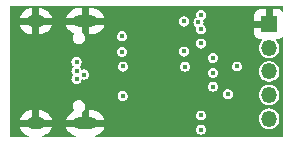
<source format=gbr>
%TF.GenerationSoftware,KiCad,Pcbnew,(6.0.2)*%
%TF.CreationDate,2022-03-06T10:13:05+08:00*%
%TF.ProjectId,USB-TTL-V1,5553422d-5454-44c2-9d56-312e6b696361,rev?*%
%TF.SameCoordinates,Original*%
%TF.FileFunction,Copper,L3,Inr*%
%TF.FilePolarity,Positive*%
%FSLAX46Y46*%
G04 Gerber Fmt 4.6, Leading zero omitted, Abs format (unit mm)*
G04 Created by KiCad (PCBNEW (6.0.2)) date 2022-03-06 10:13:05*
%MOMM*%
%LPD*%
G01*
G04 APERTURE LIST*
%TA.AperFunction,ComponentPad*%
%ADD10O,1.600000X1.000000*%
%TD*%
%TA.AperFunction,ComponentPad*%
%ADD11O,2.100000X1.000000*%
%TD*%
%TA.AperFunction,ComponentPad*%
%ADD12R,1.350000X1.350000*%
%TD*%
%TA.AperFunction,ComponentPad*%
%ADD13O,1.350000X1.350000*%
%TD*%
%TA.AperFunction,ViaPad*%
%ADD14C,0.450000*%
%TD*%
G04 APERTURE END LIST*
D10*
%TO.N,GND*%
%TO.C,J2*%
X105460000Y-91610000D03*
D11*
X109640000Y-91610000D03*
D10*
X105460000Y-82970000D03*
D11*
X109640000Y-82970000D03*
%TD*%
D12*
%TO.N,GND*%
%TO.C,J1*%
X125200000Y-83225000D03*
D13*
%TO.N,/GPIO0*%
X125200000Y-85225000D03*
%TO.N,/RXD*%
X125200000Y-87225000D03*
%TO.N,/TXD*%
X125200000Y-89225000D03*
%TO.N,/EN*%
X125200000Y-91225000D03*
%TD*%
D14*
%TO.N,/RXD*%
X120435000Y-86071718D03*
%TO.N,+5V*%
X120460000Y-88507030D03*
X118000000Y-82990000D03*
X108900000Y-87150000D03*
X119220000Y-83070000D03*
X108900000Y-86400000D03*
X108900000Y-87850000D03*
X120471198Y-87334500D03*
X119450000Y-83646406D03*
X119450000Y-82448750D03*
%TO.N,Net-(C3-Pad1)*%
X119450000Y-92150000D03*
X112850000Y-86800000D03*
%TO.N,Net-(J2-PadA7)*%
X109529832Y-87490168D03*
X112800000Y-89300000D03*
%TO.N,Net-(R1-Pad2)*%
X119440000Y-84854062D03*
X112750000Y-84250000D03*
%TO.N,Net-(R2-Pad1)*%
X112750000Y-85550000D03*
X119440000Y-90942342D03*
%TO.N,Net-(Q1-Pad2)*%
X121700000Y-89140000D03*
X118010000Y-85530000D03*
%TO.N,Net-(Q2-Pad2)*%
X122480000Y-86800000D03*
X118060000Y-86810000D03*
%TD*%
%TA.AperFunction,Conductor*%
%TO.N,GND*%
G36*
X126405648Y-81714352D02*
G01*
X126420000Y-81749000D01*
X126420000Y-82130301D01*
X126405648Y-82164949D01*
X126371000Y-82179301D01*
X126336352Y-82164949D01*
X126332126Y-82160131D01*
X126304877Y-82124620D01*
X126300376Y-82120119D01*
X126180137Y-82027857D01*
X126174620Y-82024672D01*
X126034600Y-81966674D01*
X126028447Y-81965025D01*
X125915908Y-81950209D01*
X125912723Y-81950000D01*
X125509747Y-81950000D01*
X125502855Y-81952855D01*
X125500000Y-81959747D01*
X125500000Y-83476000D01*
X125485648Y-83510648D01*
X125451000Y-83525000D01*
X123934748Y-83525000D01*
X123927856Y-83527855D01*
X123925001Y-83534747D01*
X123925001Y-83937721D01*
X123925210Y-83940909D01*
X123940025Y-84053448D01*
X123941673Y-84059599D01*
X123999672Y-84199621D01*
X124002857Y-84205138D01*
X124095119Y-84325376D01*
X124099624Y-84329881D01*
X124219863Y-84422143D01*
X124225380Y-84425328D01*
X124365400Y-84483326D01*
X124371553Y-84484975D01*
X124484092Y-84499791D01*
X124487277Y-84500000D01*
X124564637Y-84500000D01*
X124599285Y-84514352D01*
X124613637Y-84549000D01*
X124601051Y-84581787D01*
X124489941Y-84705188D01*
X124487805Y-84707560D01*
X124395786Y-84866941D01*
X124338915Y-85041971D01*
X124319678Y-85225000D01*
X124338915Y-85408029D01*
X124395786Y-85583059D01*
X124487805Y-85742440D01*
X124610950Y-85879207D01*
X124613030Y-85880718D01*
X124613032Y-85880720D01*
X124757759Y-85985870D01*
X124759839Y-85987381D01*
X124762186Y-85988426D01*
X124770283Y-85992031D01*
X124927966Y-86062236D01*
X124972575Y-86071718D01*
X125105472Y-86099967D01*
X125105475Y-86099967D01*
X125107981Y-86100500D01*
X125292019Y-86100500D01*
X125294525Y-86099967D01*
X125294528Y-86099967D01*
X125427425Y-86071718D01*
X125472034Y-86062236D01*
X125629717Y-85992031D01*
X125637814Y-85988426D01*
X125640161Y-85987381D01*
X125642241Y-85985870D01*
X125786968Y-85880720D01*
X125786970Y-85880718D01*
X125789050Y-85879207D01*
X125912195Y-85742440D01*
X126004214Y-85583059D01*
X126061085Y-85408029D01*
X126080322Y-85225000D01*
X126061085Y-85041971D01*
X126004214Y-84866941D01*
X125912195Y-84707560D01*
X125910060Y-84705188D01*
X125798948Y-84581786D01*
X125786429Y-84546434D01*
X125802575Y-84512585D01*
X125835362Y-84499999D01*
X125912721Y-84499999D01*
X125915909Y-84499790D01*
X126028448Y-84484975D01*
X126034599Y-84483327D01*
X126174621Y-84425328D01*
X126180138Y-84422143D01*
X126300376Y-84329881D01*
X126304876Y-84325381D01*
X126332125Y-84289869D01*
X126364604Y-84271117D01*
X126400829Y-84280823D01*
X126419581Y-84313302D01*
X126420000Y-84319698D01*
X126420000Y-92721000D01*
X126405648Y-92755648D01*
X126371000Y-92770000D01*
X110484622Y-92770000D01*
X110449974Y-92755648D01*
X110435622Y-92721000D01*
X110449974Y-92686352D01*
X110470828Y-92673982D01*
X110598120Y-92636639D01*
X110602439Y-92634912D01*
X110784895Y-92540941D01*
X110788805Y-92538430D01*
X110950193Y-92411658D01*
X110953561Y-92408451D01*
X111088079Y-92253433D01*
X111090765Y-92249667D01*
X111148424Y-92150000D01*
X119019196Y-92150000D01*
X119019799Y-92153807D01*
X119034982Y-92249667D01*
X119040281Y-92283126D01*
X119101472Y-92403220D01*
X119196780Y-92498528D01*
X119200213Y-92500277D01*
X119200214Y-92500278D01*
X119256827Y-92529124D01*
X119316874Y-92559719D01*
X119320679Y-92560322D01*
X119320680Y-92560322D01*
X119446193Y-92580201D01*
X119450000Y-92580804D01*
X119453807Y-92580201D01*
X119579320Y-92560322D01*
X119579321Y-92560322D01*
X119583126Y-92559719D01*
X119643173Y-92529124D01*
X119699786Y-92500278D01*
X119699787Y-92500277D01*
X119703220Y-92498528D01*
X119798528Y-92403220D01*
X119859719Y-92283126D01*
X119865019Y-92249667D01*
X119880201Y-92153807D01*
X119880804Y-92150000D01*
X119872880Y-92099967D01*
X119860322Y-92020680D01*
X119860322Y-92020679D01*
X119859719Y-92016874D01*
X119798528Y-91896780D01*
X119703220Y-91801472D01*
X119699787Y-91799723D01*
X119699786Y-91799722D01*
X119643173Y-91770876D01*
X119583126Y-91740281D01*
X119579321Y-91739678D01*
X119579320Y-91739678D01*
X119453807Y-91719799D01*
X119450000Y-91719196D01*
X119446193Y-91719799D01*
X119320680Y-91739678D01*
X119320679Y-91739678D01*
X119316874Y-91740281D01*
X119256827Y-91770877D01*
X119200214Y-91799722D01*
X119200213Y-91799723D01*
X119196780Y-91801472D01*
X119101472Y-91896780D01*
X119040281Y-92016874D01*
X119039678Y-92020679D01*
X119039678Y-92020680D01*
X119027120Y-92099967D01*
X119019196Y-92150000D01*
X111148424Y-92150000D01*
X111193543Y-92072009D01*
X111195474Y-92067792D01*
X111247071Y-91919206D01*
X111246635Y-91911761D01*
X111244655Y-91910000D01*
X108040544Y-91910000D01*
X108033652Y-91912855D01*
X108032282Y-91916162D01*
X108044651Y-91967485D01*
X108046164Y-91971878D01*
X108131111Y-92158708D01*
X108133426Y-92162734D01*
X108252165Y-92330126D01*
X108255205Y-92333648D01*
X108403457Y-92475568D01*
X108407103Y-92478447D01*
X108579518Y-92589775D01*
X108583638Y-92591911D01*
X108773997Y-92668628D01*
X108778451Y-92669947D01*
X108793614Y-92672908D01*
X108824870Y-92693635D01*
X108832315Y-92730391D01*
X108811588Y-92761647D01*
X108784223Y-92770000D01*
X106054622Y-92770000D01*
X106019974Y-92755648D01*
X106005622Y-92721000D01*
X106019974Y-92686352D01*
X106040828Y-92673982D01*
X106168120Y-92636639D01*
X106172439Y-92634912D01*
X106354895Y-92540941D01*
X106358805Y-92538430D01*
X106520193Y-92411658D01*
X106523561Y-92408451D01*
X106658079Y-92253433D01*
X106660765Y-92249667D01*
X106763543Y-92072009D01*
X106765474Y-92067792D01*
X106817071Y-91919206D01*
X106816635Y-91911761D01*
X106814655Y-91910000D01*
X104110544Y-91910000D01*
X104103652Y-91912855D01*
X104102282Y-91916162D01*
X104114651Y-91967485D01*
X104116164Y-91971878D01*
X104201111Y-92158708D01*
X104203426Y-92162734D01*
X104322165Y-92330126D01*
X104325205Y-92333648D01*
X104473457Y-92475568D01*
X104477103Y-92478447D01*
X104649518Y-92589775D01*
X104653638Y-92591911D01*
X104843997Y-92668628D01*
X104848451Y-92669947D01*
X104863614Y-92672908D01*
X104894870Y-92693635D01*
X104902315Y-92730391D01*
X104881588Y-92761647D01*
X104854223Y-92770000D01*
X103285000Y-92770000D01*
X103250352Y-92755648D01*
X103236000Y-92721000D01*
X103236000Y-91300794D01*
X104102929Y-91300794D01*
X104103365Y-91308239D01*
X104105345Y-91310000D01*
X105150253Y-91310000D01*
X105157145Y-91307145D01*
X105160000Y-91300253D01*
X105760000Y-91300253D01*
X105762855Y-91307145D01*
X105769747Y-91310000D01*
X106809456Y-91310000D01*
X106816348Y-91307145D01*
X106817718Y-91303838D01*
X106816984Y-91300794D01*
X108032929Y-91300794D01*
X108033365Y-91308239D01*
X108035345Y-91310000D01*
X109330253Y-91310000D01*
X109337145Y-91307145D01*
X109340000Y-91300253D01*
X109940000Y-91300253D01*
X109942855Y-91307145D01*
X109949747Y-91310000D01*
X111239456Y-91310000D01*
X111246348Y-91307145D01*
X111247718Y-91303838D01*
X111235349Y-91252515D01*
X111233836Y-91248122D01*
X111148889Y-91061292D01*
X111146574Y-91057266D01*
X111065053Y-90942342D01*
X119009196Y-90942342D01*
X119009799Y-90946149D01*
X119024976Y-91041971D01*
X119030281Y-91075468D01*
X119091472Y-91195562D01*
X119186780Y-91290870D01*
X119190213Y-91292619D01*
X119190214Y-91292620D01*
X119246827Y-91321465D01*
X119306874Y-91352061D01*
X119310679Y-91352664D01*
X119310680Y-91352664D01*
X119436193Y-91372543D01*
X119440000Y-91373146D01*
X119443807Y-91372543D01*
X119569320Y-91352664D01*
X119569321Y-91352664D01*
X119573126Y-91352061D01*
X119633173Y-91321465D01*
X119689786Y-91292620D01*
X119689787Y-91292619D01*
X119693220Y-91290870D01*
X119759090Y-91225000D01*
X124319678Y-91225000D01*
X124338915Y-91408029D01*
X124395786Y-91583059D01*
X124487805Y-91742440D01*
X124610950Y-91879207D01*
X124613030Y-91880718D01*
X124613032Y-91880720D01*
X124661814Y-91916162D01*
X124759839Y-91987381D01*
X124927966Y-92062236D01*
X124973944Y-92072009D01*
X125105472Y-92099967D01*
X125105475Y-92099967D01*
X125107981Y-92100500D01*
X125292019Y-92100500D01*
X125294525Y-92099967D01*
X125294528Y-92099967D01*
X125426056Y-92072009D01*
X125472034Y-92062236D01*
X125640161Y-91987381D01*
X125738186Y-91916162D01*
X125786968Y-91880720D01*
X125786970Y-91880718D01*
X125789050Y-91879207D01*
X125912195Y-91742440D01*
X126004214Y-91583059D01*
X126061085Y-91408029D01*
X126080322Y-91225000D01*
X126061085Y-91041971D01*
X126004214Y-90866941D01*
X125912195Y-90707560D01*
X125910341Y-90705500D01*
X125857799Y-90647147D01*
X125789050Y-90570793D01*
X125762320Y-90551372D01*
X125642241Y-90464130D01*
X125642240Y-90464129D01*
X125640161Y-90462619D01*
X125472034Y-90387764D01*
X125382026Y-90368632D01*
X125294528Y-90350033D01*
X125294525Y-90350033D01*
X125292019Y-90349500D01*
X125107981Y-90349500D01*
X125105475Y-90350033D01*
X125105472Y-90350033D01*
X125017973Y-90368632D01*
X124927966Y-90387764D01*
X124759839Y-90462619D01*
X124757760Y-90464129D01*
X124757759Y-90464130D01*
X124637681Y-90551372D01*
X124610950Y-90570793D01*
X124542201Y-90647147D01*
X124489660Y-90705500D01*
X124487805Y-90707560D01*
X124395786Y-90866941D01*
X124338915Y-91041971D01*
X124319678Y-91225000D01*
X119759090Y-91225000D01*
X119788528Y-91195562D01*
X119849719Y-91075468D01*
X119855025Y-91041971D01*
X119870201Y-90946149D01*
X119870804Y-90942342D01*
X119861936Y-90886352D01*
X119850322Y-90813022D01*
X119850322Y-90813021D01*
X119849719Y-90809216D01*
X119797923Y-90707560D01*
X119790278Y-90692556D01*
X119790277Y-90692555D01*
X119788528Y-90689122D01*
X119693220Y-90593814D01*
X119689787Y-90592065D01*
X119689786Y-90592064D01*
X119597835Y-90545213D01*
X119573126Y-90532623D01*
X119569321Y-90532020D01*
X119569320Y-90532020D01*
X119443807Y-90512141D01*
X119440000Y-90511538D01*
X119436193Y-90512141D01*
X119310680Y-90532020D01*
X119310679Y-90532020D01*
X119306874Y-90532623D01*
X119282165Y-90545213D01*
X119190214Y-90592064D01*
X119190213Y-90592065D01*
X119186780Y-90593814D01*
X119091472Y-90689122D01*
X119089723Y-90692555D01*
X119089722Y-90692556D01*
X119082077Y-90707560D01*
X119030281Y-90809216D01*
X119029678Y-90813021D01*
X119029678Y-90813022D01*
X119018064Y-90886352D01*
X119009196Y-90942342D01*
X111065053Y-90942342D01*
X111027835Y-90889874D01*
X111024795Y-90886352D01*
X110876543Y-90744432D01*
X110872897Y-90741553D01*
X110700482Y-90630225D01*
X110696362Y-90628089D01*
X110506003Y-90551372D01*
X110501549Y-90550053D01*
X110299555Y-90510607D01*
X110296066Y-90510184D01*
X110292917Y-90510030D01*
X110291711Y-90510000D01*
X109949747Y-90510000D01*
X109942855Y-90512855D01*
X109940000Y-90519747D01*
X109940000Y-91300253D01*
X109340000Y-91300253D01*
X109340000Y-90685286D01*
X109354352Y-90650638D01*
X109369539Y-90640317D01*
X109376156Y-90637453D01*
X109381717Y-90635047D01*
X109381718Y-90635046D01*
X109384783Y-90633720D01*
X109496675Y-90543112D01*
X109580079Y-90425751D01*
X109593756Y-90387764D01*
X109627717Y-90293433D01*
X109627718Y-90293431D01*
X109628850Y-90290285D01*
X109639394Y-90146693D01*
X109629973Y-90099967D01*
X109611597Y-90008835D01*
X109610936Y-90005556D01*
X109601676Y-89987381D01*
X109547087Y-89880246D01*
X109545571Y-89877270D01*
X109448116Y-89771288D01*
X109378916Y-89728382D01*
X109328584Y-89697175D01*
X109328583Y-89697175D01*
X109325750Y-89695418D01*
X109322547Y-89694487D01*
X109322546Y-89694487D01*
X109235160Y-89669099D01*
X109187488Y-89655249D01*
X109184926Y-89655061D01*
X109184921Y-89655060D01*
X109180837Y-89654761D01*
X109177288Y-89654500D01*
X109073930Y-89654500D01*
X109072283Y-89654726D01*
X109072277Y-89654726D01*
X109020220Y-89661857D01*
X108967354Y-89669099D01*
X108964288Y-89670426D01*
X108964287Y-89670426D01*
X108838283Y-89724953D01*
X108838282Y-89724954D01*
X108835217Y-89726280D01*
X108723325Y-89816888D01*
X108639921Y-89934249D01*
X108638790Y-89937389D01*
X108638789Y-89937392D01*
X108592283Y-90066567D01*
X108591150Y-90069715D01*
X108580606Y-90213307D01*
X108609064Y-90354444D01*
X108674429Y-90482730D01*
X108676688Y-90485187D01*
X108676689Y-90485188D01*
X108696007Y-90506196D01*
X108708895Y-90541415D01*
X108693105Y-90575432D01*
X108679595Y-90583938D01*
X108679637Y-90584019D01*
X108678695Y-90584504D01*
X108678125Y-90584863D01*
X108677559Y-90585089D01*
X108495105Y-90679059D01*
X108491195Y-90681570D01*
X108329807Y-90808342D01*
X108326439Y-90811549D01*
X108191921Y-90966567D01*
X108189235Y-90970333D01*
X108086457Y-91147991D01*
X108084526Y-91152208D01*
X108032929Y-91300794D01*
X106816984Y-91300794D01*
X106805349Y-91252515D01*
X106803836Y-91248122D01*
X106718889Y-91061292D01*
X106716574Y-91057266D01*
X106597835Y-90889874D01*
X106594795Y-90886352D01*
X106446543Y-90744432D01*
X106442897Y-90741553D01*
X106270482Y-90630225D01*
X106266362Y-90628089D01*
X106076003Y-90551372D01*
X106071549Y-90550053D01*
X105869555Y-90510607D01*
X105866066Y-90510184D01*
X105862917Y-90510030D01*
X105861711Y-90510000D01*
X105769747Y-90510000D01*
X105762855Y-90512855D01*
X105760000Y-90519747D01*
X105760000Y-91300253D01*
X105160000Y-91300253D01*
X105160000Y-90519747D01*
X105157145Y-90512855D01*
X105150253Y-90510000D01*
X105108714Y-90510000D01*
X105106392Y-90510111D01*
X104953374Y-90524710D01*
X104948808Y-90525589D01*
X104751880Y-90583361D01*
X104747561Y-90585088D01*
X104565105Y-90679059D01*
X104561195Y-90681570D01*
X104399807Y-90808342D01*
X104396439Y-90811549D01*
X104261921Y-90966567D01*
X104259235Y-90970333D01*
X104156457Y-91147991D01*
X104154526Y-91152208D01*
X104102929Y-91300794D01*
X103236000Y-91300794D01*
X103236000Y-89300000D01*
X112369196Y-89300000D01*
X112369799Y-89303807D01*
X112383961Y-89393220D01*
X112390281Y-89433126D01*
X112451472Y-89553220D01*
X112546780Y-89648528D01*
X112550213Y-89650277D01*
X112550214Y-89650278D01*
X112586264Y-89668646D01*
X112666874Y-89709719D01*
X112670679Y-89710322D01*
X112670680Y-89710322D01*
X112796193Y-89730201D01*
X112800000Y-89730804D01*
X112803807Y-89730201D01*
X112929320Y-89710322D01*
X112929321Y-89710322D01*
X112933126Y-89709719D01*
X113013736Y-89668646D01*
X113049786Y-89650278D01*
X113049787Y-89650277D01*
X113053220Y-89648528D01*
X113148528Y-89553220D01*
X113209719Y-89433126D01*
X113216040Y-89393220D01*
X113230201Y-89303807D01*
X113230804Y-89300000D01*
X113209719Y-89166874D01*
X113196026Y-89140000D01*
X121269196Y-89140000D01*
X121269799Y-89143807D01*
X121283063Y-89227550D01*
X121290281Y-89273126D01*
X121351472Y-89393220D01*
X121446780Y-89488528D01*
X121450213Y-89490277D01*
X121450214Y-89490278D01*
X121506827Y-89519123D01*
X121566874Y-89549719D01*
X121570679Y-89550322D01*
X121570680Y-89550322D01*
X121696193Y-89570201D01*
X121700000Y-89570804D01*
X121703807Y-89570201D01*
X121829320Y-89550322D01*
X121829321Y-89550322D01*
X121833126Y-89549719D01*
X121893173Y-89519123D01*
X121949786Y-89490278D01*
X121949787Y-89490277D01*
X121953220Y-89488528D01*
X122048528Y-89393220D01*
X122109719Y-89273126D01*
X122116938Y-89227550D01*
X122117342Y-89225000D01*
X124319678Y-89225000D01*
X124338915Y-89408029D01*
X124395786Y-89583059D01*
X124487805Y-89742440D01*
X124610950Y-89879207D01*
X124759839Y-89987381D01*
X124927966Y-90062236D01*
X125017973Y-90081368D01*
X125105472Y-90099967D01*
X125105475Y-90099967D01*
X125107981Y-90100500D01*
X125292019Y-90100500D01*
X125294525Y-90099967D01*
X125294528Y-90099967D01*
X125382027Y-90081368D01*
X125472034Y-90062236D01*
X125640161Y-89987381D01*
X125789050Y-89879207D01*
X125912195Y-89742440D01*
X126004214Y-89583059D01*
X126061085Y-89408029D01*
X126080322Y-89225000D01*
X126061085Y-89041971D01*
X126004214Y-88866941D01*
X125998653Y-88857308D01*
X125959631Y-88789722D01*
X125912195Y-88707560D01*
X125789050Y-88570793D01*
X125640161Y-88462619D01*
X125472034Y-88387764D01*
X125382026Y-88368632D01*
X125294528Y-88350033D01*
X125294525Y-88350033D01*
X125292019Y-88349500D01*
X125107981Y-88349500D01*
X125105475Y-88350033D01*
X125105472Y-88350033D01*
X125017974Y-88368632D01*
X124927966Y-88387764D01*
X124759839Y-88462619D01*
X124610950Y-88570793D01*
X124487805Y-88707560D01*
X124440369Y-88789722D01*
X124401348Y-88857308D01*
X124395786Y-88866941D01*
X124338915Y-89041971D01*
X124319678Y-89225000D01*
X122117342Y-89225000D01*
X122130201Y-89143807D01*
X122130804Y-89140000D01*
X122116583Y-89050214D01*
X122110322Y-89010680D01*
X122110322Y-89010679D01*
X122109719Y-89006874D01*
X122048528Y-88886780D01*
X121953220Y-88791472D01*
X121949787Y-88789723D01*
X121949786Y-88789722D01*
X121885204Y-88756816D01*
X121833126Y-88730281D01*
X121829321Y-88729678D01*
X121829320Y-88729678D01*
X121703807Y-88709799D01*
X121700000Y-88709196D01*
X121696193Y-88709799D01*
X121570680Y-88729678D01*
X121570679Y-88729678D01*
X121566874Y-88730281D01*
X121514796Y-88756816D01*
X121450214Y-88789722D01*
X121450213Y-88789723D01*
X121446780Y-88791472D01*
X121351472Y-88886780D01*
X121290281Y-89006874D01*
X121289678Y-89010679D01*
X121289678Y-89010680D01*
X121283417Y-89050214D01*
X121269196Y-89140000D01*
X113196026Y-89140000D01*
X113148528Y-89046780D01*
X113053220Y-88951472D01*
X113049787Y-88949723D01*
X113049786Y-88949722D01*
X112981638Y-88914999D01*
X112933126Y-88890281D01*
X112929321Y-88889678D01*
X112929320Y-88889678D01*
X112803807Y-88869799D01*
X112800000Y-88869196D01*
X112796193Y-88869799D01*
X112670680Y-88889678D01*
X112670679Y-88889678D01*
X112666874Y-88890281D01*
X112618362Y-88914999D01*
X112550214Y-88949722D01*
X112550213Y-88949723D01*
X112546780Y-88951472D01*
X112451472Y-89046780D01*
X112390281Y-89166874D01*
X112369196Y-89300000D01*
X103236000Y-89300000D01*
X103236000Y-88507030D01*
X120029196Y-88507030D01*
X120050281Y-88640156D01*
X120111472Y-88760250D01*
X120206780Y-88855558D01*
X120210213Y-88857307D01*
X120210214Y-88857308D01*
X120266827Y-88886154D01*
X120326874Y-88916749D01*
X120330679Y-88917352D01*
X120330680Y-88917352D01*
X120456193Y-88937231D01*
X120460000Y-88937834D01*
X120463807Y-88937231D01*
X120589320Y-88917352D01*
X120589321Y-88917352D01*
X120593126Y-88916749D01*
X120653173Y-88886153D01*
X120709786Y-88857308D01*
X120709787Y-88857307D01*
X120713220Y-88855558D01*
X120808528Y-88760250D01*
X120869719Y-88640156D01*
X120890804Y-88507030D01*
X120883605Y-88461574D01*
X120870322Y-88377710D01*
X120870322Y-88377709D01*
X120869719Y-88373904D01*
X120808528Y-88253810D01*
X120713220Y-88158502D01*
X120709787Y-88156753D01*
X120709786Y-88156752D01*
X120604723Y-88103220D01*
X120593126Y-88097311D01*
X120589321Y-88096708D01*
X120589320Y-88096708D01*
X120463807Y-88076829D01*
X120460000Y-88076226D01*
X120456193Y-88076829D01*
X120330680Y-88096708D01*
X120330679Y-88096708D01*
X120326874Y-88097311D01*
X120315277Y-88103220D01*
X120210214Y-88156752D01*
X120210213Y-88156753D01*
X120206780Y-88158502D01*
X120111472Y-88253810D01*
X120050281Y-88373904D01*
X120049678Y-88377709D01*
X120049678Y-88377710D01*
X120036395Y-88461574D01*
X120029196Y-88507030D01*
X103236000Y-88507030D01*
X103236000Y-87850000D01*
X108469196Y-87850000D01*
X108490281Y-87983126D01*
X108520877Y-88043173D01*
X108530590Y-88062236D01*
X108551472Y-88103220D01*
X108646780Y-88198528D01*
X108650213Y-88200277D01*
X108650214Y-88200278D01*
X108706827Y-88229123D01*
X108766874Y-88259719D01*
X108770679Y-88260322D01*
X108770680Y-88260322D01*
X108896193Y-88280201D01*
X108900000Y-88280804D01*
X108903807Y-88280201D01*
X109029320Y-88260322D01*
X109029321Y-88260322D01*
X109033126Y-88259719D01*
X109093173Y-88229124D01*
X109149786Y-88200278D01*
X109149787Y-88200277D01*
X109153220Y-88198528D01*
X109248528Y-88103220D01*
X109269411Y-88062236D01*
X109279123Y-88043173D01*
X109309719Y-87983126D01*
X109317864Y-87931702D01*
X109337460Y-87899726D01*
X109373927Y-87890971D01*
X109388508Y-87895710D01*
X109393270Y-87898137D01*
X109393274Y-87898138D01*
X109396706Y-87899887D01*
X109400511Y-87900490D01*
X109400512Y-87900490D01*
X109526025Y-87920369D01*
X109529832Y-87920972D01*
X109533639Y-87920369D01*
X109659152Y-87900490D01*
X109659153Y-87900490D01*
X109662958Y-87899887D01*
X109760867Y-87850000D01*
X109779618Y-87840446D01*
X109779619Y-87840445D01*
X109783052Y-87838696D01*
X109878360Y-87743388D01*
X109889931Y-87720680D01*
X109937801Y-87626728D01*
X109939551Y-87623294D01*
X109943207Y-87600214D01*
X109960033Y-87493975D01*
X109960636Y-87490168D01*
X109947297Y-87405946D01*
X109940154Y-87360848D01*
X109940154Y-87360847D01*
X109939551Y-87357042D01*
X109928065Y-87334500D01*
X120040394Y-87334500D01*
X120061479Y-87467626D01*
X120122670Y-87587720D01*
X120217978Y-87683028D01*
X120221411Y-87684777D01*
X120221412Y-87684778D01*
X120277665Y-87713440D01*
X120338072Y-87744219D01*
X120341877Y-87744822D01*
X120341878Y-87744822D01*
X120467391Y-87764701D01*
X120471198Y-87765304D01*
X120475005Y-87764701D01*
X120600518Y-87744822D01*
X120600519Y-87744822D01*
X120604324Y-87744219D01*
X120664731Y-87713440D01*
X120720984Y-87684778D01*
X120720985Y-87684777D01*
X120724418Y-87683028D01*
X120819726Y-87587720D01*
X120880917Y-87467626D01*
X120902002Y-87334500D01*
X120883823Y-87219719D01*
X120881520Y-87205180D01*
X120881520Y-87205179D01*
X120880917Y-87201374D01*
X120823679Y-87089038D01*
X120821476Y-87084714D01*
X120821475Y-87084713D01*
X120819726Y-87081280D01*
X120724418Y-86985972D01*
X120720985Y-86984223D01*
X120720984Y-86984222D01*
X120664371Y-86955376D01*
X120604324Y-86924781D01*
X120600519Y-86924178D01*
X120600518Y-86924178D01*
X120475005Y-86904299D01*
X120471198Y-86903696D01*
X120467391Y-86904299D01*
X120341878Y-86924178D01*
X120341877Y-86924178D01*
X120338072Y-86924781D01*
X120278025Y-86955376D01*
X120221412Y-86984222D01*
X120221411Y-86984223D01*
X120217978Y-86985972D01*
X120122670Y-87081280D01*
X120120921Y-87084713D01*
X120120920Y-87084714D01*
X120118717Y-87089038D01*
X120061479Y-87201374D01*
X120060876Y-87205179D01*
X120060876Y-87205180D01*
X120058573Y-87219719D01*
X120040394Y-87334500D01*
X109928065Y-87334500D01*
X109878360Y-87236948D01*
X109783052Y-87141640D01*
X109779619Y-87139891D01*
X109779618Y-87139890D01*
X109723005Y-87111045D01*
X109662958Y-87080449D01*
X109659153Y-87079846D01*
X109659152Y-87079846D01*
X109533639Y-87059967D01*
X109529832Y-87059364D01*
X109526025Y-87059967D01*
X109400512Y-87079846D01*
X109400511Y-87079846D01*
X109396706Y-87080449D01*
X109393270Y-87082200D01*
X109393269Y-87082200D01*
X109385624Y-87086095D01*
X109348237Y-87089038D01*
X109319720Y-87064681D01*
X109314982Y-87050102D01*
X109310322Y-87020679D01*
X109310321Y-87020677D01*
X109309719Y-87016874D01*
X109273892Y-86946560D01*
X109250278Y-86900214D01*
X109250277Y-86900213D01*
X109248528Y-86896780D01*
X109161396Y-86809648D01*
X109157400Y-86800000D01*
X112419196Y-86800000D01*
X112440281Y-86933126D01*
X112447126Y-86946560D01*
X112484892Y-87020679D01*
X112501472Y-87053220D01*
X112596780Y-87148528D01*
X112600213Y-87150277D01*
X112600214Y-87150278D01*
X112656827Y-87179123D01*
X112716874Y-87209719D01*
X112720679Y-87210322D01*
X112720680Y-87210322D01*
X112846193Y-87230201D01*
X112850000Y-87230804D01*
X112853807Y-87230201D01*
X112979320Y-87210322D01*
X112979321Y-87210322D01*
X112983126Y-87209719D01*
X113043173Y-87179123D01*
X113099786Y-87150278D01*
X113099787Y-87150277D01*
X113103220Y-87148528D01*
X113198528Y-87053220D01*
X113215109Y-87020679D01*
X113252874Y-86946560D01*
X113259719Y-86933126D01*
X113279220Y-86810000D01*
X117629196Y-86810000D01*
X117629799Y-86813807D01*
X117647653Y-86926531D01*
X117650281Y-86943126D01*
X117672112Y-86985972D01*
X117707766Y-87055946D01*
X117711472Y-87063220D01*
X117806780Y-87158528D01*
X117810213Y-87160277D01*
X117810214Y-87160278D01*
X117866827Y-87189124D01*
X117926874Y-87219719D01*
X117930679Y-87220322D01*
X117930680Y-87220322D01*
X118056193Y-87240201D01*
X118060000Y-87240804D01*
X118063807Y-87240201D01*
X118189320Y-87220322D01*
X118189321Y-87220322D01*
X118193126Y-87219719D01*
X118253173Y-87189124D01*
X118309786Y-87160278D01*
X118309787Y-87160277D01*
X118313220Y-87158528D01*
X118408528Y-87063220D01*
X118412235Y-87055946D01*
X118447888Y-86985972D01*
X118469719Y-86943126D01*
X118472348Y-86926531D01*
X118490201Y-86813807D01*
X118490804Y-86810000D01*
X118489220Y-86800000D01*
X122049196Y-86800000D01*
X122070281Y-86933126D01*
X122077126Y-86946560D01*
X122114892Y-87020679D01*
X122131472Y-87053220D01*
X122226780Y-87148528D01*
X122230213Y-87150277D01*
X122230214Y-87150278D01*
X122286827Y-87179123D01*
X122346874Y-87209719D01*
X122350679Y-87210322D01*
X122350680Y-87210322D01*
X122476193Y-87230201D01*
X122480000Y-87230804D01*
X122483807Y-87230201D01*
X122516645Y-87225000D01*
X124319678Y-87225000D01*
X124338915Y-87408029D01*
X124395786Y-87583059D01*
X124487805Y-87742440D01*
X124489526Y-87744352D01*
X124489528Y-87744354D01*
X124491113Y-87746114D01*
X124610950Y-87879207D01*
X124613030Y-87880718D01*
X124613032Y-87880720D01*
X124683203Y-87931702D01*
X124759839Y-87987381D01*
X124927966Y-88062236D01*
X124993783Y-88076226D01*
X125105472Y-88099967D01*
X125105475Y-88099967D01*
X125107981Y-88100500D01*
X125292019Y-88100500D01*
X125294525Y-88099967D01*
X125294528Y-88099967D01*
X125406217Y-88076226D01*
X125472034Y-88062236D01*
X125640161Y-87987381D01*
X125716797Y-87931702D01*
X125786968Y-87880720D01*
X125786970Y-87880718D01*
X125789050Y-87879207D01*
X125908887Y-87746114D01*
X125910472Y-87744354D01*
X125910474Y-87744352D01*
X125912195Y-87742440D01*
X126004214Y-87583059D01*
X126061085Y-87408029D01*
X126080322Y-87225000D01*
X126061085Y-87041971D01*
X126004214Y-86866941D01*
X125912195Y-86707560D01*
X125884566Y-86676874D01*
X125790772Y-86572706D01*
X125789050Y-86570793D01*
X125774490Y-86560214D01*
X125642241Y-86464130D01*
X125642240Y-86464129D01*
X125640161Y-86462619D01*
X125472034Y-86387764D01*
X125382026Y-86368632D01*
X125294528Y-86350033D01*
X125294525Y-86350033D01*
X125292019Y-86349500D01*
X125107981Y-86349500D01*
X125105475Y-86350033D01*
X125105472Y-86350033D01*
X125017974Y-86368632D01*
X124927966Y-86387764D01*
X124759839Y-86462619D01*
X124757760Y-86464129D01*
X124757759Y-86464130D01*
X124625511Y-86560214D01*
X124610950Y-86570793D01*
X124609228Y-86572706D01*
X124515435Y-86676874D01*
X124487805Y-86707560D01*
X124395786Y-86866941D01*
X124338915Y-87041971D01*
X124319678Y-87225000D01*
X122516645Y-87225000D01*
X122609320Y-87210322D01*
X122609321Y-87210322D01*
X122613126Y-87209719D01*
X122673173Y-87179123D01*
X122729786Y-87150278D01*
X122729787Y-87150277D01*
X122733220Y-87148528D01*
X122828528Y-87053220D01*
X122845109Y-87020679D01*
X122882874Y-86946560D01*
X122889719Y-86933126D01*
X122910804Y-86800000D01*
X122889719Y-86666874D01*
X122840763Y-86570793D01*
X122830278Y-86550214D01*
X122830277Y-86550213D01*
X122828528Y-86546780D01*
X122733220Y-86451472D01*
X122729787Y-86449723D01*
X122729786Y-86449722D01*
X122671936Y-86420246D01*
X122613126Y-86390281D01*
X122609321Y-86389678D01*
X122609320Y-86389678D01*
X122483807Y-86369799D01*
X122480000Y-86369196D01*
X122476193Y-86369799D01*
X122350680Y-86389678D01*
X122350679Y-86389678D01*
X122346874Y-86390281D01*
X122288064Y-86420246D01*
X122230214Y-86449722D01*
X122230213Y-86449723D01*
X122226780Y-86451472D01*
X122131472Y-86546780D01*
X122129723Y-86550213D01*
X122129722Y-86550214D01*
X122119237Y-86570793D01*
X122070281Y-86666874D01*
X122049196Y-86800000D01*
X118489220Y-86800000D01*
X118479773Y-86740352D01*
X118470322Y-86680680D01*
X118470322Y-86680679D01*
X118469719Y-86676874D01*
X118408528Y-86556780D01*
X118313220Y-86461472D01*
X118309787Y-86459723D01*
X118309786Y-86459722D01*
X118200046Y-86403807D01*
X118193126Y-86400281D01*
X118189321Y-86399678D01*
X118189320Y-86399678D01*
X118063807Y-86379799D01*
X118060000Y-86379196D01*
X118056193Y-86379799D01*
X117930680Y-86399678D01*
X117930679Y-86399678D01*
X117926874Y-86400281D01*
X117919954Y-86403807D01*
X117810214Y-86459722D01*
X117810213Y-86459723D01*
X117806780Y-86461472D01*
X117711472Y-86556780D01*
X117650281Y-86676874D01*
X117649678Y-86680679D01*
X117649678Y-86680680D01*
X117640227Y-86740352D01*
X117629196Y-86810000D01*
X113279220Y-86810000D01*
X113280804Y-86800000D01*
X113259719Y-86666874D01*
X113210763Y-86570793D01*
X113200278Y-86550214D01*
X113200277Y-86550213D01*
X113198528Y-86546780D01*
X113103220Y-86451472D01*
X113099787Y-86449723D01*
X113099786Y-86449722D01*
X113041936Y-86420246D01*
X112983126Y-86390281D01*
X112979321Y-86389678D01*
X112979320Y-86389678D01*
X112853807Y-86369799D01*
X112850000Y-86369196D01*
X112846193Y-86369799D01*
X112720680Y-86389678D01*
X112720679Y-86389678D01*
X112716874Y-86390281D01*
X112658064Y-86420246D01*
X112600214Y-86449722D01*
X112600213Y-86449723D01*
X112596780Y-86451472D01*
X112501472Y-86546780D01*
X112499723Y-86550213D01*
X112499722Y-86550214D01*
X112489237Y-86570793D01*
X112440281Y-86666874D01*
X112419196Y-86800000D01*
X109157400Y-86800000D01*
X109147044Y-86775000D01*
X109161396Y-86740352D01*
X109248528Y-86653220D01*
X109309719Y-86533126D01*
X109330804Y-86400000D01*
X109309719Y-86266874D01*
X109248528Y-86146780D01*
X109173466Y-86071718D01*
X120004196Y-86071718D01*
X120025281Y-86204844D01*
X120086472Y-86324938D01*
X120181780Y-86420246D01*
X120185213Y-86421995D01*
X120185214Y-86421996D01*
X120239630Y-86449722D01*
X120301874Y-86481437D01*
X120305679Y-86482040D01*
X120305680Y-86482040D01*
X120431193Y-86501919D01*
X120435000Y-86502522D01*
X120438807Y-86501919D01*
X120564320Y-86482040D01*
X120564321Y-86482040D01*
X120568126Y-86481437D01*
X120630370Y-86449722D01*
X120684786Y-86421996D01*
X120684787Y-86421995D01*
X120688220Y-86420246D01*
X120783528Y-86324938D01*
X120844719Y-86204844D01*
X120865804Y-86071718D01*
X120844719Y-85938592D01*
X120783528Y-85818498D01*
X120688220Y-85723190D01*
X120684787Y-85721441D01*
X120684786Y-85721440D01*
X120577077Y-85666560D01*
X120568126Y-85661999D01*
X120564321Y-85661396D01*
X120564320Y-85661396D01*
X120438807Y-85641517D01*
X120435000Y-85640914D01*
X120431193Y-85641517D01*
X120305680Y-85661396D01*
X120305679Y-85661396D01*
X120301874Y-85661999D01*
X120292923Y-85666560D01*
X120185214Y-85721440D01*
X120185213Y-85721441D01*
X120181780Y-85723190D01*
X120086472Y-85818498D01*
X120025281Y-85938592D01*
X120004196Y-86071718D01*
X109173466Y-86071718D01*
X109153220Y-86051472D01*
X109149787Y-86049723D01*
X109149786Y-86049722D01*
X109093173Y-86020876D01*
X109033126Y-85990281D01*
X109029321Y-85989678D01*
X109029320Y-85989678D01*
X108903807Y-85969799D01*
X108900000Y-85969196D01*
X108896193Y-85969799D01*
X108770680Y-85989678D01*
X108770679Y-85989678D01*
X108766874Y-85990281D01*
X108706827Y-86020876D01*
X108650214Y-86049722D01*
X108650213Y-86049723D01*
X108646780Y-86051472D01*
X108551472Y-86146780D01*
X108490281Y-86266874D01*
X108469196Y-86400000D01*
X108490281Y-86533126D01*
X108551472Y-86653220D01*
X108638604Y-86740352D01*
X108652956Y-86775000D01*
X108638604Y-86809648D01*
X108551472Y-86896780D01*
X108549723Y-86900213D01*
X108549722Y-86900214D01*
X108526108Y-86946560D01*
X108490281Y-87016874D01*
X108489678Y-87020679D01*
X108489678Y-87020680D01*
X108478851Y-87089038D01*
X108469196Y-87150000D01*
X108469799Y-87153807D01*
X108481899Y-87230201D01*
X108490281Y-87283126D01*
X108551472Y-87403220D01*
X108613604Y-87465352D01*
X108627956Y-87500000D01*
X108613604Y-87534648D01*
X108551472Y-87596780D01*
X108549723Y-87600213D01*
X108549722Y-87600214D01*
X108537962Y-87623294D01*
X108490281Y-87716874D01*
X108489678Y-87720679D01*
X108489678Y-87720680D01*
X108485854Y-87744822D01*
X108469196Y-87850000D01*
X103236000Y-87850000D01*
X103236000Y-85550000D01*
X112319196Y-85550000D01*
X112319799Y-85553807D01*
X112336511Y-85659320D01*
X112340281Y-85683126D01*
X112401472Y-85803220D01*
X112496780Y-85898528D01*
X112500213Y-85900277D01*
X112500214Y-85900278D01*
X112556827Y-85929123D01*
X112616874Y-85959719D01*
X112620679Y-85960322D01*
X112620680Y-85960322D01*
X112746193Y-85980201D01*
X112750000Y-85980804D01*
X112753807Y-85980201D01*
X112879320Y-85960322D01*
X112879321Y-85960322D01*
X112883126Y-85959719D01*
X112943173Y-85929123D01*
X112999786Y-85900278D01*
X112999787Y-85900277D01*
X113003220Y-85898528D01*
X113098528Y-85803220D01*
X113159719Y-85683126D01*
X113163490Y-85659320D01*
X113180201Y-85553807D01*
X113180804Y-85550000D01*
X113177636Y-85530000D01*
X117579196Y-85530000D01*
X117600281Y-85663126D01*
X117630877Y-85723173D01*
X117640694Y-85742440D01*
X117661472Y-85783220D01*
X117756780Y-85878528D01*
X117760213Y-85880277D01*
X117760214Y-85880278D01*
X117790682Y-85895802D01*
X117876874Y-85939719D01*
X117880679Y-85940322D01*
X117880680Y-85940322D01*
X118006193Y-85960201D01*
X118010000Y-85960804D01*
X118013807Y-85960201D01*
X118139320Y-85940322D01*
X118139321Y-85940322D01*
X118143126Y-85939719D01*
X118229318Y-85895802D01*
X118259786Y-85880278D01*
X118259787Y-85880277D01*
X118263220Y-85878528D01*
X118358528Y-85783220D01*
X118379307Y-85742440D01*
X118389124Y-85723173D01*
X118419719Y-85663126D01*
X118440804Y-85530000D01*
X118437282Y-85507764D01*
X118420322Y-85400680D01*
X118420322Y-85400679D01*
X118419719Y-85396874D01*
X118358528Y-85276780D01*
X118263220Y-85181472D01*
X118259787Y-85179723D01*
X118259786Y-85179722D01*
X118181195Y-85139678D01*
X118143126Y-85120281D01*
X118139321Y-85119678D01*
X118139320Y-85119678D01*
X118013807Y-85099799D01*
X118010000Y-85099196D01*
X118006193Y-85099799D01*
X117880680Y-85119678D01*
X117880679Y-85119678D01*
X117876874Y-85120281D01*
X117838805Y-85139678D01*
X117760214Y-85179722D01*
X117760213Y-85179723D01*
X117756780Y-85181472D01*
X117661472Y-85276780D01*
X117600281Y-85396874D01*
X117599678Y-85400679D01*
X117599678Y-85400680D01*
X117582718Y-85507764D01*
X117579196Y-85530000D01*
X113177636Y-85530000D01*
X113159719Y-85416874D01*
X113098528Y-85296780D01*
X113003220Y-85201472D01*
X112999787Y-85199723D01*
X112999786Y-85199722D01*
X112943173Y-85170876D01*
X112883126Y-85140281D01*
X112879321Y-85139678D01*
X112879320Y-85139678D01*
X112753807Y-85119799D01*
X112750000Y-85119196D01*
X112746193Y-85119799D01*
X112620680Y-85139678D01*
X112620679Y-85139678D01*
X112616874Y-85140281D01*
X112556827Y-85170877D01*
X112500214Y-85199722D01*
X112500213Y-85199723D01*
X112496780Y-85201472D01*
X112401472Y-85296780D01*
X112340281Y-85416874D01*
X112319196Y-85550000D01*
X103236000Y-85550000D01*
X103236000Y-83276162D01*
X104102282Y-83276162D01*
X104114651Y-83327485D01*
X104116164Y-83331878D01*
X104201111Y-83518708D01*
X104203426Y-83522734D01*
X104322165Y-83690126D01*
X104325205Y-83693648D01*
X104473457Y-83835568D01*
X104477103Y-83838447D01*
X104649518Y-83949775D01*
X104653638Y-83951911D01*
X104843997Y-84028628D01*
X104848451Y-84029947D01*
X105050445Y-84069393D01*
X105053934Y-84069816D01*
X105057083Y-84069970D01*
X105058289Y-84070000D01*
X105150253Y-84070000D01*
X105157145Y-84067145D01*
X105160000Y-84060253D01*
X105760000Y-84060253D01*
X105762855Y-84067145D01*
X105769747Y-84070000D01*
X105811286Y-84070000D01*
X105813608Y-84069889D01*
X105966626Y-84055290D01*
X105971192Y-84054411D01*
X106168120Y-83996639D01*
X106172439Y-83994912D01*
X106354895Y-83900941D01*
X106358805Y-83898430D01*
X106520193Y-83771658D01*
X106523561Y-83768451D01*
X106658079Y-83613433D01*
X106660765Y-83609667D01*
X106763543Y-83432009D01*
X106765474Y-83427792D01*
X106817071Y-83279206D01*
X106816893Y-83276162D01*
X108032282Y-83276162D01*
X108044651Y-83327485D01*
X108046164Y-83331878D01*
X108131111Y-83518708D01*
X108133426Y-83522734D01*
X108252165Y-83690126D01*
X108255205Y-83693648D01*
X108403457Y-83835568D01*
X108407103Y-83838447D01*
X108579518Y-83949775D01*
X108583638Y-83951911D01*
X108681571Y-83991379D01*
X108708343Y-84017642D01*
X108708703Y-84055143D01*
X108703196Y-84065212D01*
X108680414Y-84097270D01*
X108639921Y-84154249D01*
X108638790Y-84157389D01*
X108638789Y-84157392D01*
X108594351Y-84280823D01*
X108591150Y-84289715D01*
X108580606Y-84433307D01*
X108581266Y-84436580D01*
X108581266Y-84436581D01*
X108590692Y-84483327D01*
X108609064Y-84574444D01*
X108674429Y-84702730D01*
X108771884Y-84808712D01*
X108774721Y-84810471D01*
X108844475Y-84853720D01*
X108894250Y-84884582D01*
X108897453Y-84885513D01*
X108897454Y-84885513D01*
X108974990Y-84908039D01*
X109032512Y-84924751D01*
X109035074Y-84924939D01*
X109035079Y-84924940D01*
X109039163Y-84925239D01*
X109042712Y-84925500D01*
X109146070Y-84925500D01*
X109147717Y-84925274D01*
X109147723Y-84925274D01*
X109199780Y-84918143D01*
X109252646Y-84910901D01*
X109311314Y-84885513D01*
X109381717Y-84855047D01*
X109381718Y-84855046D01*
X109383992Y-84854062D01*
X119009196Y-84854062D01*
X119030281Y-84987188D01*
X119091472Y-85107282D01*
X119186780Y-85202590D01*
X119190213Y-85204339D01*
X119190214Y-85204340D01*
X119225757Y-85222450D01*
X119306874Y-85263781D01*
X119310679Y-85264384D01*
X119310680Y-85264384D01*
X119436193Y-85284263D01*
X119440000Y-85284866D01*
X119443807Y-85284263D01*
X119569320Y-85264384D01*
X119569321Y-85264384D01*
X119573126Y-85263781D01*
X119654243Y-85222450D01*
X119689786Y-85204340D01*
X119689787Y-85204339D01*
X119693220Y-85202590D01*
X119788528Y-85107282D01*
X119849719Y-84987188D01*
X119870804Y-84854062D01*
X119849719Y-84720936D01*
X119788528Y-84600842D01*
X119693220Y-84505534D01*
X119689787Y-84503785D01*
X119689786Y-84503784D01*
X119633173Y-84474938D01*
X119573126Y-84444343D01*
X119569321Y-84443740D01*
X119569320Y-84443740D01*
X119462236Y-84426780D01*
X119440000Y-84423258D01*
X119417764Y-84426780D01*
X119310680Y-84443740D01*
X119310679Y-84443740D01*
X119306874Y-84444343D01*
X119246827Y-84474938D01*
X119190214Y-84503784D01*
X119190213Y-84503785D01*
X119186780Y-84505534D01*
X119091472Y-84600842D01*
X119030281Y-84720936D01*
X119009196Y-84854062D01*
X109383992Y-84854062D01*
X109384783Y-84853720D01*
X109496675Y-84763112D01*
X109569724Y-84660322D01*
X109578144Y-84648474D01*
X109578144Y-84648473D01*
X109580079Y-84645751D01*
X109596248Y-84600842D01*
X109627717Y-84513433D01*
X109627718Y-84513431D01*
X109628850Y-84510285D01*
X109639394Y-84366693D01*
X109631972Y-84329881D01*
X109615865Y-84250000D01*
X112319196Y-84250000D01*
X112340281Y-84383126D01*
X112342031Y-84386560D01*
X112392176Y-84484975D01*
X112401472Y-84503220D01*
X112496780Y-84598528D01*
X112500213Y-84600277D01*
X112500214Y-84600278D01*
X112501321Y-84600842D01*
X112616874Y-84659719D01*
X112620679Y-84660322D01*
X112620680Y-84660322D01*
X112746193Y-84680201D01*
X112750000Y-84680804D01*
X112753807Y-84680201D01*
X112879320Y-84660322D01*
X112879321Y-84660322D01*
X112883126Y-84659719D01*
X112998679Y-84600842D01*
X112999786Y-84600278D01*
X112999787Y-84600277D01*
X113003220Y-84598528D01*
X113098528Y-84503220D01*
X113107825Y-84484975D01*
X113157969Y-84386560D01*
X113159719Y-84383126D01*
X113180804Y-84250000D01*
X113172825Y-84199621D01*
X113160322Y-84120680D01*
X113160322Y-84120679D01*
X113159719Y-84116874D01*
X113118964Y-84036888D01*
X113100278Y-84000214D01*
X113100277Y-84000213D01*
X113098528Y-83996780D01*
X113003220Y-83901472D01*
X112999787Y-83899723D01*
X112999786Y-83899722D01*
X112943173Y-83870876D01*
X112883126Y-83840281D01*
X112879321Y-83839678D01*
X112879320Y-83839678D01*
X112753807Y-83819799D01*
X112750000Y-83819196D01*
X112746193Y-83819799D01*
X112620680Y-83839678D01*
X112620679Y-83839678D01*
X112616874Y-83840281D01*
X112556827Y-83870877D01*
X112500214Y-83899722D01*
X112500213Y-83899723D01*
X112496780Y-83901472D01*
X112401472Y-83996780D01*
X112399723Y-84000213D01*
X112399722Y-84000214D01*
X112381036Y-84036888D01*
X112340281Y-84116874D01*
X112339678Y-84120679D01*
X112339678Y-84120680D01*
X112327175Y-84199621D01*
X112319196Y-84250000D01*
X109615865Y-84250000D01*
X109611597Y-84228835D01*
X109610936Y-84225556D01*
X109597722Y-84199621D01*
X109557499Y-84120680D01*
X109545571Y-84097270D01*
X109526571Y-84076607D01*
X109511533Y-84060253D01*
X109940000Y-84060253D01*
X109942855Y-84067145D01*
X109949747Y-84070000D01*
X110241286Y-84070000D01*
X110243608Y-84069889D01*
X110396626Y-84055290D01*
X110401192Y-84054411D01*
X110598120Y-83996639D01*
X110602439Y-83994912D01*
X110784895Y-83900941D01*
X110788805Y-83898430D01*
X110950193Y-83771658D01*
X110953561Y-83768451D01*
X111088079Y-83613433D01*
X111090765Y-83609667D01*
X111193543Y-83432009D01*
X111195474Y-83427792D01*
X111247071Y-83279206D01*
X111246635Y-83271761D01*
X111244655Y-83270000D01*
X109949747Y-83270000D01*
X109942855Y-83272855D01*
X109940000Y-83279747D01*
X109940000Y-84060253D01*
X109511533Y-84060253D01*
X109453036Y-83996639D01*
X109448116Y-83991288D01*
X109363179Y-83938625D01*
X109341295Y-83908169D01*
X109340000Y-83896980D01*
X109340000Y-83279747D01*
X109337145Y-83272855D01*
X109330253Y-83270000D01*
X108040544Y-83270000D01*
X108033652Y-83272855D01*
X108032282Y-83276162D01*
X106816893Y-83276162D01*
X106816635Y-83271761D01*
X106814655Y-83270000D01*
X105769747Y-83270000D01*
X105762855Y-83272855D01*
X105760000Y-83279747D01*
X105760000Y-84060253D01*
X105160000Y-84060253D01*
X105160000Y-83279747D01*
X105157145Y-83272855D01*
X105150253Y-83270000D01*
X104110544Y-83270000D01*
X104103652Y-83272855D01*
X104102282Y-83276162D01*
X103236000Y-83276162D01*
X103236000Y-82990000D01*
X117569196Y-82990000D01*
X117590281Y-83123126D01*
X117592031Y-83126560D01*
X117634920Y-83210734D01*
X117651472Y-83243220D01*
X117746780Y-83338528D01*
X117750213Y-83340277D01*
X117750214Y-83340278D01*
X117806827Y-83369124D01*
X117866874Y-83399719D01*
X117870679Y-83400322D01*
X117870680Y-83400322D01*
X117996193Y-83420201D01*
X118000000Y-83420804D01*
X118003807Y-83420201D01*
X118129320Y-83400322D01*
X118129321Y-83400322D01*
X118133126Y-83399719D01*
X118193173Y-83369123D01*
X118249786Y-83340278D01*
X118249787Y-83340277D01*
X118253220Y-83338528D01*
X118348528Y-83243220D01*
X118365081Y-83210734D01*
X118407969Y-83126560D01*
X118409719Y-83123126D01*
X118418133Y-83070000D01*
X118789196Y-83070000D01*
X118810281Y-83203126D01*
X118828960Y-83239786D01*
X118859949Y-83300604D01*
X118871472Y-83323220D01*
X118966780Y-83418528D01*
X118970215Y-83420278D01*
X119019801Y-83445544D01*
X119044157Y-83474061D01*
X119041669Y-83505672D01*
X119043223Y-83506177D01*
X119042031Y-83509846D01*
X119040281Y-83513280D01*
X119039678Y-83517085D01*
X119039678Y-83517086D01*
X119036881Y-83534747D01*
X119019196Y-83646406D01*
X119040281Y-83779532D01*
X119042031Y-83782966D01*
X119088670Y-83874500D01*
X119101472Y-83899626D01*
X119196780Y-83994934D01*
X119200213Y-83996683D01*
X119200214Y-83996684D01*
X119241347Y-84017642D01*
X119316874Y-84056125D01*
X119320679Y-84056728D01*
X119320680Y-84056728D01*
X119446193Y-84076607D01*
X119450000Y-84077210D01*
X119453807Y-84076607D01*
X119579320Y-84056728D01*
X119579321Y-84056728D01*
X119583126Y-84056125D01*
X119658653Y-84017642D01*
X119699786Y-83996684D01*
X119699787Y-83996683D01*
X119703220Y-83994934D01*
X119798528Y-83899626D01*
X119811331Y-83874500D01*
X119857969Y-83782966D01*
X119859719Y-83779532D01*
X119880804Y-83646406D01*
X119863119Y-83534747D01*
X119860322Y-83517086D01*
X119860322Y-83517085D01*
X119859719Y-83513280D01*
X119812293Y-83420201D01*
X119800278Y-83396620D01*
X119800277Y-83396619D01*
X119798528Y-83393186D01*
X119703220Y-83297878D01*
X119667636Y-83279747D01*
X119650199Y-83270862D01*
X119625843Y-83242345D01*
X119628331Y-83210734D01*
X119626777Y-83210229D01*
X119627969Y-83206560D01*
X119629719Y-83203126D01*
X119650804Y-83070000D01*
X119629719Y-82936874D01*
X119618702Y-82915253D01*
X123925000Y-82915253D01*
X123927855Y-82922145D01*
X123934747Y-82925000D01*
X124890253Y-82925000D01*
X124897145Y-82922145D01*
X124900000Y-82915253D01*
X124900000Y-81959748D01*
X124897145Y-81952856D01*
X124890253Y-81950001D01*
X124487279Y-81950001D01*
X124484091Y-81950210D01*
X124371552Y-81965025D01*
X124365401Y-81966673D01*
X124225379Y-82024672D01*
X124219862Y-82027857D01*
X124099624Y-82120119D01*
X124095119Y-82124624D01*
X124002857Y-82244863D01*
X123999672Y-82250380D01*
X123941674Y-82390400D01*
X123940025Y-82396553D01*
X123925209Y-82509092D01*
X123925000Y-82512277D01*
X123925000Y-82915253D01*
X119618702Y-82915253D01*
X119610646Y-82899442D01*
X119607703Y-82862055D01*
X119632059Y-82833537D01*
X119699785Y-82799028D01*
X119703220Y-82797278D01*
X119798528Y-82701970D01*
X119859719Y-82581876D01*
X119880804Y-82448750D01*
X119859719Y-82315624D01*
X119829124Y-82255577D01*
X119800278Y-82198964D01*
X119800277Y-82198963D01*
X119798528Y-82195530D01*
X119703220Y-82100222D01*
X119699787Y-82098473D01*
X119699786Y-82098472D01*
X119588109Y-82041570D01*
X119583126Y-82039031D01*
X119579321Y-82038428D01*
X119579320Y-82038428D01*
X119453807Y-82018549D01*
X119450000Y-82017946D01*
X119446193Y-82018549D01*
X119320680Y-82038428D01*
X119320679Y-82038428D01*
X119316874Y-82039031D01*
X119311891Y-82041570D01*
X119200214Y-82098472D01*
X119200213Y-82098473D01*
X119196780Y-82100222D01*
X119101472Y-82195530D01*
X119099723Y-82198963D01*
X119099722Y-82198964D01*
X119070876Y-82255577D01*
X119040281Y-82315624D01*
X119019196Y-82448750D01*
X119040281Y-82581876D01*
X119042031Y-82585310D01*
X119059354Y-82619308D01*
X119062297Y-82656695D01*
X119037941Y-82685213D01*
X118992027Y-82708608D01*
X118966780Y-82721472D01*
X118871472Y-82816780D01*
X118810281Y-82936874D01*
X118789196Y-83070000D01*
X118418133Y-83070000D01*
X118430804Y-82990000D01*
X118409719Y-82856874D01*
X118348528Y-82736780D01*
X118253220Y-82641472D01*
X118249787Y-82639723D01*
X118249786Y-82639722D01*
X118187767Y-82608122D01*
X118133126Y-82580281D01*
X118129321Y-82579678D01*
X118129320Y-82579678D01*
X118003807Y-82559799D01*
X118000000Y-82559196D01*
X117996193Y-82559799D01*
X117870680Y-82579678D01*
X117870679Y-82579678D01*
X117866874Y-82580281D01*
X117812233Y-82608122D01*
X117750214Y-82639722D01*
X117750213Y-82639723D01*
X117746780Y-82641472D01*
X117651472Y-82736780D01*
X117590281Y-82856874D01*
X117569196Y-82990000D01*
X103236000Y-82990000D01*
X103236000Y-82660794D01*
X104102929Y-82660794D01*
X104103365Y-82668239D01*
X104105345Y-82670000D01*
X105150253Y-82670000D01*
X105157145Y-82667145D01*
X105160000Y-82660253D01*
X105760000Y-82660253D01*
X105762855Y-82667145D01*
X105769747Y-82670000D01*
X106809456Y-82670000D01*
X106816348Y-82667145D01*
X106817718Y-82663838D01*
X106816984Y-82660794D01*
X108032929Y-82660794D01*
X108033365Y-82668239D01*
X108035345Y-82670000D01*
X109330253Y-82670000D01*
X109337145Y-82667145D01*
X109340000Y-82660253D01*
X109940000Y-82660253D01*
X109942855Y-82667145D01*
X109949747Y-82670000D01*
X111239456Y-82670000D01*
X111246348Y-82667145D01*
X111247718Y-82663838D01*
X111235349Y-82612515D01*
X111233836Y-82608122D01*
X111148889Y-82421292D01*
X111146574Y-82417266D01*
X111027835Y-82249874D01*
X111024795Y-82246352D01*
X110876543Y-82104432D01*
X110872897Y-82101553D01*
X110700482Y-81990225D01*
X110696362Y-81988089D01*
X110506003Y-81911372D01*
X110501549Y-81910053D01*
X110299555Y-81870607D01*
X110296066Y-81870184D01*
X110292917Y-81870030D01*
X110291711Y-81870000D01*
X109949747Y-81870000D01*
X109942855Y-81872855D01*
X109940000Y-81879747D01*
X109940000Y-82660253D01*
X109340000Y-82660253D01*
X109340000Y-81879747D01*
X109337145Y-81872855D01*
X109330253Y-81870000D01*
X109038714Y-81870000D01*
X109036392Y-81870111D01*
X108883374Y-81884710D01*
X108878808Y-81885589D01*
X108681880Y-81943361D01*
X108677561Y-81945088D01*
X108495105Y-82039059D01*
X108491195Y-82041570D01*
X108329807Y-82168342D01*
X108326439Y-82171549D01*
X108191921Y-82326567D01*
X108189235Y-82330333D01*
X108086457Y-82507991D01*
X108084526Y-82512208D01*
X108032929Y-82660794D01*
X106816984Y-82660794D01*
X106805349Y-82612515D01*
X106803836Y-82608122D01*
X106718889Y-82421292D01*
X106716574Y-82417266D01*
X106597835Y-82249874D01*
X106594795Y-82246352D01*
X106446543Y-82104432D01*
X106442897Y-82101553D01*
X106270482Y-81990225D01*
X106266362Y-81988089D01*
X106076003Y-81911372D01*
X106071549Y-81910053D01*
X105869555Y-81870607D01*
X105866066Y-81870184D01*
X105862917Y-81870030D01*
X105861711Y-81870000D01*
X105769747Y-81870000D01*
X105762855Y-81872855D01*
X105760000Y-81879747D01*
X105760000Y-82660253D01*
X105160000Y-82660253D01*
X105160000Y-81879747D01*
X105157145Y-81872855D01*
X105150253Y-81870000D01*
X105108714Y-81870000D01*
X105106392Y-81870111D01*
X104953374Y-81884710D01*
X104948808Y-81885589D01*
X104751880Y-81943361D01*
X104747561Y-81945088D01*
X104565105Y-82039059D01*
X104561195Y-82041570D01*
X104399807Y-82168342D01*
X104396439Y-82171549D01*
X104261921Y-82326567D01*
X104259235Y-82330333D01*
X104156457Y-82507991D01*
X104154526Y-82512208D01*
X104102929Y-82660794D01*
X103236000Y-82660794D01*
X103236000Y-81749000D01*
X103250352Y-81714352D01*
X103285000Y-81700000D01*
X126371000Y-81700000D01*
X126405648Y-81714352D01*
G37*
%TD.AperFunction*%
%TD*%
M02*

</source>
